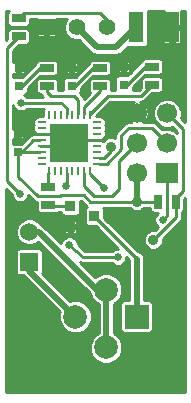
<source format=gtl>
G04 (created by PCBNEW (2013-07-24 BZR 4024)-stable) date Tue 25 Nov 2014 11:30:04 AM NZDT*
%MOIN*%
G04 Gerber Fmt 3.4, Leading zero omitted, Abs format*
%FSLAX34Y34*%
G01*
G70*
G90*
G04 APERTURE LIST*
%ADD10C,0.00590551*%
%ADD11R,0.0787402X0.0787402*%
%ADD12C,0.0787402*%
%ADD13R,0.05X0.1*%
%ADD14O,0.00984252X0.0275591*%
%ADD15O,0.0275591X0.00984252*%
%ADD16R,0.125984X0.125984*%
%ADD17R,0.0748X0.0669*%
%ADD18C,0.0669*%
%ADD19R,0.0315X0.025*%
%ADD20R,0.045X0.025*%
%ADD21R,0.025X0.045*%
%ADD22R,0.036X0.036*%
%ADD23R,0.0314X0.0314*%
%ADD24R,0.055X0.055*%
%ADD25C,0.055*%
%ADD26R,0.06X0.06*%
%ADD27C,0.06*%
%ADD28C,0.035*%
%ADD29C,0.0255906*%
%ADD30C,0.01*%
%ADD31C,0.019685*%
%ADD32C,0.00984252*%
G04 APERTURE END LIST*
G54D10*
G54D11*
X27791Y-27850D03*
G54D12*
X25744Y-27850D03*
X26767Y-28874D03*
X26767Y-26944D03*
G54D13*
X27781Y-18204D03*
X28981Y-18204D03*
G54D14*
X24858Y-21137D03*
G54D15*
X24622Y-21374D03*
X24622Y-21570D03*
X24622Y-21767D03*
X24622Y-21964D03*
X24622Y-22161D03*
X24622Y-22358D03*
X24622Y-22555D03*
X24622Y-22751D03*
G54D14*
X24858Y-22988D03*
X25055Y-22988D03*
X25251Y-22988D03*
X25448Y-22988D03*
X25645Y-22988D03*
X25842Y-22988D03*
X26039Y-22988D03*
X26236Y-22988D03*
G54D15*
X26472Y-22751D03*
X26472Y-22751D03*
X26472Y-22555D03*
X26472Y-22358D03*
X26472Y-22161D03*
X26472Y-21964D03*
X26472Y-21767D03*
X26472Y-21570D03*
X26472Y-21374D03*
G54D14*
X26236Y-21137D03*
X26039Y-21137D03*
X25842Y-21137D03*
X25645Y-21137D03*
X25448Y-21137D03*
X25251Y-21137D03*
X25055Y-21137D03*
X24858Y-21137D03*
G54D16*
X25547Y-22062D03*
G54D17*
X28803Y-23062D03*
G54D18*
X27803Y-23062D03*
X28803Y-22062D03*
X27803Y-22062D03*
X28803Y-21062D03*
X27803Y-21062D03*
G54D19*
X23834Y-22359D03*
X23834Y-21759D03*
G54D20*
X24838Y-24134D03*
X24838Y-23534D03*
G54D21*
X28495Y-24011D03*
X29095Y-24011D03*
G54D20*
X24799Y-19558D03*
X24799Y-20158D03*
X26570Y-19558D03*
X26570Y-20158D03*
X28303Y-19518D03*
X28303Y-20118D03*
G54D22*
X25580Y-24853D03*
X25580Y-24153D03*
X26380Y-24503D03*
G54D23*
X27358Y-20113D03*
X27358Y-19523D03*
X25625Y-20153D03*
X25625Y-19563D03*
X23854Y-20153D03*
X23854Y-19563D03*
G54D20*
X23854Y-18504D03*
X23854Y-17904D03*
G54D24*
X24783Y-18204D03*
G54D25*
X25783Y-18204D03*
X26783Y-18204D03*
G54D26*
X24208Y-26027D03*
G54D27*
X24208Y-25027D03*
G54D28*
X26925Y-22181D03*
X27811Y-24011D03*
G54D29*
X26688Y-23559D03*
X28657Y-24622D03*
G54D28*
X28342Y-25291D03*
G54D29*
X27165Y-25866D03*
X25547Y-25448D03*
X23933Y-20724D03*
G54D28*
X29137Y-25137D03*
X23661Y-24480D03*
X23661Y-30059D03*
X29149Y-30102D03*
X26992Y-24484D03*
X28070Y-24358D03*
X27035Y-21019D03*
X26732Y-25452D03*
X26295Y-26240D03*
X28401Y-18192D03*
X25098Y-24940D03*
G54D29*
X23893Y-23755D03*
X25429Y-23480D03*
G54D30*
X25271Y-23795D02*
X26019Y-23795D01*
X23834Y-22359D02*
X23834Y-23185D01*
X24484Y-23834D02*
X23834Y-23185D01*
X25232Y-23834D02*
X24484Y-23834D01*
X25232Y-23834D02*
X25271Y-23795D01*
X26236Y-24011D02*
X27811Y-24011D01*
X26019Y-23795D02*
X26236Y-24011D01*
G54D31*
X24208Y-26027D02*
X24208Y-26314D01*
X24208Y-26314D02*
X25744Y-27850D01*
X25783Y-18204D02*
X26452Y-18874D01*
X26452Y-18874D02*
X27112Y-18874D01*
X27112Y-18874D02*
X27781Y-18204D01*
G54D30*
X24562Y-21964D02*
X24346Y-21964D01*
X24346Y-21964D02*
X23952Y-22358D01*
X23952Y-22358D02*
X23834Y-22359D01*
X24562Y-22358D02*
X23835Y-22358D01*
X23835Y-22358D02*
X23834Y-22359D01*
X28495Y-24011D02*
X28165Y-24011D01*
X28165Y-24011D02*
X27811Y-24011D01*
X26531Y-22555D02*
X26708Y-22555D01*
X26708Y-22555D02*
X26925Y-22338D01*
X26925Y-22338D02*
X26925Y-22181D01*
G54D31*
X27803Y-24003D02*
X27803Y-23062D01*
X27811Y-24011D02*
X27803Y-24003D01*
G54D30*
X26236Y-21078D02*
X26826Y-20488D01*
X27933Y-20488D02*
X28303Y-20118D01*
X26826Y-20488D02*
X27933Y-20488D01*
X26039Y-21078D02*
X26039Y-20862D01*
X26570Y-20330D02*
X26570Y-20158D01*
X26039Y-20862D02*
X26570Y-20330D01*
X25842Y-21078D02*
X25842Y-20625D01*
X24799Y-20370D02*
X24799Y-20158D01*
X24917Y-20488D02*
X24799Y-20370D01*
X25704Y-20488D02*
X24917Y-20488D01*
X25842Y-20625D02*
X25704Y-20488D01*
X26236Y-23106D02*
X26688Y-23559D01*
X26236Y-23106D02*
X26236Y-23047D01*
G54D32*
X28803Y-23062D02*
X28803Y-24476D01*
X28803Y-24476D02*
X28657Y-24622D01*
G54D30*
X28657Y-24622D02*
X28645Y-24610D01*
X26039Y-23047D02*
X26039Y-23500D01*
X27200Y-22665D02*
X27803Y-22062D01*
X27200Y-23598D02*
X27200Y-22665D01*
X26964Y-23834D02*
X27200Y-23598D01*
X26374Y-23834D02*
X26964Y-23834D01*
X26039Y-23500D02*
X26374Y-23834D01*
X29095Y-24538D02*
X28342Y-25291D01*
X27165Y-25866D02*
X25992Y-25866D01*
X25992Y-25866D02*
X25547Y-25448D01*
X23933Y-20724D02*
X25271Y-20724D01*
X25271Y-20724D02*
X25448Y-20901D01*
X25448Y-21078D02*
X25448Y-20901D01*
X29095Y-24538D02*
X29095Y-24011D01*
X29095Y-24011D02*
X29095Y-23908D01*
X29095Y-23908D02*
X29346Y-23657D01*
X29346Y-23657D02*
X29346Y-21606D01*
X29346Y-21606D02*
X28803Y-21062D01*
X26531Y-22751D02*
X26787Y-22751D01*
X28291Y-21551D02*
X28803Y-22062D01*
X27535Y-21551D02*
X28291Y-21551D01*
X27279Y-21807D02*
X27535Y-21551D01*
X27279Y-22259D02*
X27279Y-21807D01*
X26787Y-22751D02*
X27279Y-22259D01*
X23854Y-17904D02*
X24026Y-17732D01*
X26783Y-17944D02*
X26783Y-18204D01*
X26570Y-17732D02*
X26783Y-17944D01*
X24026Y-17732D02*
X26570Y-17732D01*
X23704Y-30102D02*
X23661Y-30059D01*
X29149Y-30102D02*
X23704Y-30102D01*
X26992Y-24484D02*
X27944Y-24484D01*
X27944Y-24484D02*
X28070Y-24358D01*
X27803Y-21062D02*
X27078Y-21062D01*
X27078Y-21062D02*
X27035Y-21019D01*
G54D31*
X28981Y-18204D02*
X28413Y-18204D01*
X28413Y-18204D02*
X28401Y-18192D01*
G54D30*
X25625Y-19563D02*
X25665Y-19523D01*
X25665Y-19523D02*
X25665Y-19188D01*
X27358Y-19523D02*
X27358Y-19188D01*
G54D31*
X28981Y-18204D02*
X27997Y-19188D01*
X27997Y-19188D02*
X27358Y-19188D01*
X27358Y-19188D02*
X25665Y-19188D01*
X25665Y-19188D02*
X25251Y-19188D01*
G54D30*
X25575Y-24858D02*
X25580Y-24853D01*
X25098Y-24940D02*
X25575Y-24858D01*
X26688Y-21964D02*
X27590Y-21062D01*
X26531Y-21964D02*
X26688Y-21964D01*
X27590Y-21062D02*
X27803Y-21062D01*
G54D31*
X24783Y-18204D02*
X24783Y-18720D01*
X24783Y-18720D02*
X25251Y-19188D01*
X28377Y-20488D02*
X28696Y-20488D01*
X27803Y-21062D02*
X28377Y-20488D01*
X28981Y-20203D02*
X28981Y-18204D01*
X28696Y-20488D02*
X28981Y-20203D01*
G54D30*
X27358Y-19523D02*
X27495Y-19523D01*
X28775Y-18244D02*
X28824Y-18244D01*
X23854Y-19563D02*
X24228Y-19188D01*
X24228Y-19188D02*
X25251Y-19188D01*
X24562Y-21767D02*
X23843Y-21767D01*
X23843Y-21767D02*
X23834Y-21759D01*
G54D32*
X24562Y-22161D02*
X25448Y-22161D01*
X25448Y-22161D02*
X25547Y-22062D01*
G54D30*
X25547Y-22062D02*
X25448Y-22161D01*
X24562Y-21767D02*
X25251Y-21767D01*
X25251Y-21767D02*
X25547Y-22062D01*
X26531Y-21964D02*
X25645Y-21964D01*
X25645Y-21964D02*
X25547Y-22062D01*
X27803Y-21263D02*
X27803Y-21062D01*
X24838Y-23534D02*
X24838Y-23066D01*
X24838Y-23066D02*
X24858Y-23047D01*
X24858Y-23047D02*
X24853Y-23051D01*
X24838Y-24134D02*
X24857Y-24153D01*
X24857Y-24153D02*
X25580Y-24153D01*
X25448Y-23047D02*
X25448Y-23460D01*
X23460Y-18898D02*
X23854Y-18504D01*
X23460Y-23322D02*
X23460Y-18898D01*
X23893Y-23755D02*
X23460Y-23322D01*
X25448Y-23460D02*
X25429Y-23480D01*
G54D31*
X26767Y-26944D02*
X26767Y-28874D01*
X24535Y-25027D02*
X26452Y-26944D01*
X26452Y-26944D02*
X26767Y-26944D01*
X24208Y-25027D02*
X24535Y-25027D01*
X27791Y-27850D02*
X27791Y-25914D01*
G54D30*
X27791Y-25914D02*
X26380Y-24503D01*
X27358Y-20113D02*
X27456Y-20113D01*
X28051Y-19518D02*
X28303Y-19518D01*
X27456Y-20113D02*
X28051Y-19518D01*
X23854Y-20153D02*
X23953Y-20153D01*
X24548Y-19558D02*
X24799Y-19558D01*
X23953Y-20153D02*
X24548Y-19558D01*
X25625Y-20153D02*
X25724Y-20153D01*
X26319Y-19558D02*
X26570Y-19558D01*
X25724Y-20153D02*
X26319Y-19558D01*
G54D10*
G36*
X24702Y-20924D02*
X24674Y-20967D01*
X24659Y-21043D01*
X24659Y-21174D01*
X24527Y-21174D01*
X24451Y-21189D01*
X24386Y-21233D01*
X24343Y-21297D01*
X24328Y-21374D01*
X24343Y-21450D01*
X24358Y-21472D01*
X24343Y-21494D01*
X24328Y-21570D01*
X24343Y-21647D01*
X24386Y-21711D01*
X24434Y-21743D01*
X24434Y-21764D01*
X24346Y-21764D01*
X24269Y-21779D01*
X24248Y-21794D01*
X24205Y-21823D01*
X24042Y-21986D01*
X24042Y-21893D01*
X24042Y-21624D01*
X24034Y-21605D01*
X24020Y-21591D01*
X24002Y-21584D01*
X23982Y-21584D01*
X23897Y-21584D01*
X23884Y-21596D01*
X23884Y-21709D01*
X24029Y-21709D01*
X24042Y-21696D01*
X24042Y-21624D01*
X24042Y-21893D01*
X24042Y-21821D01*
X24029Y-21809D01*
X23884Y-21809D01*
X23884Y-21921D01*
X23897Y-21934D01*
X23982Y-21934D01*
X24002Y-21934D01*
X24020Y-21926D01*
X24034Y-21912D01*
X24042Y-21893D01*
X24042Y-21986D01*
X23944Y-22084D01*
X23660Y-22084D01*
X23660Y-21931D01*
X23667Y-21934D01*
X23687Y-21934D01*
X23772Y-21934D01*
X23784Y-21921D01*
X23784Y-21809D01*
X23776Y-21809D01*
X23776Y-21709D01*
X23784Y-21709D01*
X23784Y-21596D01*
X23772Y-21584D01*
X23687Y-21584D01*
X23667Y-21584D01*
X23660Y-21586D01*
X23660Y-20792D01*
X23697Y-20881D01*
X23775Y-20959D01*
X23877Y-21002D01*
X23988Y-21002D01*
X24090Y-20960D01*
X24126Y-20924D01*
X24702Y-20924D01*
X24702Y-20924D01*
G37*
G54D30*
X24702Y-20924D02*
X24674Y-20967D01*
X24659Y-21043D01*
X24659Y-21174D01*
X24527Y-21174D01*
X24451Y-21189D01*
X24386Y-21233D01*
X24343Y-21297D01*
X24328Y-21374D01*
X24343Y-21450D01*
X24358Y-21472D01*
X24343Y-21494D01*
X24328Y-21570D01*
X24343Y-21647D01*
X24386Y-21711D01*
X24434Y-21743D01*
X24434Y-21764D01*
X24346Y-21764D01*
X24269Y-21779D01*
X24248Y-21794D01*
X24205Y-21823D01*
X24042Y-21986D01*
X24042Y-21893D01*
X24042Y-21624D01*
X24034Y-21605D01*
X24020Y-21591D01*
X24002Y-21584D01*
X23982Y-21584D01*
X23897Y-21584D01*
X23884Y-21596D01*
X23884Y-21709D01*
X24029Y-21709D01*
X24042Y-21696D01*
X24042Y-21624D01*
X24042Y-21893D01*
X24042Y-21821D01*
X24029Y-21809D01*
X23884Y-21809D01*
X23884Y-21921D01*
X23897Y-21934D01*
X23982Y-21934D01*
X24002Y-21934D01*
X24020Y-21926D01*
X24034Y-21912D01*
X24042Y-21893D01*
X24042Y-21986D01*
X23944Y-22084D01*
X23660Y-22084D01*
X23660Y-21931D01*
X23667Y-21934D01*
X23687Y-21934D01*
X23772Y-21934D01*
X23784Y-21921D01*
X23784Y-21809D01*
X23776Y-21809D01*
X23776Y-21709D01*
X23784Y-21709D01*
X23784Y-21596D01*
X23772Y-21584D01*
X23687Y-21584D01*
X23667Y-21584D01*
X23660Y-21586D01*
X23660Y-20792D01*
X23697Y-20881D01*
X23775Y-20959D01*
X23877Y-21002D01*
X23988Y-21002D01*
X24090Y-20960D01*
X24126Y-20924D01*
X24702Y-20924D01*
G54D10*
G36*
X25605Y-22112D02*
X25597Y-22112D01*
X25597Y-22120D01*
X25497Y-22120D01*
X25497Y-22112D01*
X25489Y-22112D01*
X25489Y-22012D01*
X25497Y-22012D01*
X25497Y-22005D01*
X25597Y-22005D01*
X25597Y-22012D01*
X25605Y-22012D01*
X25605Y-22112D01*
X25605Y-22112D01*
G37*
G54D30*
X25605Y-22112D02*
X25597Y-22112D01*
X25597Y-22120D01*
X25497Y-22120D01*
X25497Y-22112D01*
X25489Y-22112D01*
X25489Y-22012D01*
X25497Y-22012D01*
X25497Y-22005D01*
X25597Y-22005D01*
X25597Y-22012D01*
X25605Y-22012D01*
X25605Y-22112D01*
G54D10*
G36*
X29393Y-21370D02*
X29256Y-21233D01*
X29287Y-21159D01*
X29287Y-20967D01*
X29281Y-20952D01*
X29281Y-18694D01*
X29281Y-18267D01*
X29269Y-18254D01*
X29031Y-18254D01*
X29031Y-18742D01*
X29044Y-18754D01*
X29241Y-18754D01*
X29260Y-18747D01*
X29274Y-18733D01*
X29281Y-18714D01*
X29281Y-18694D01*
X29281Y-20952D01*
X29214Y-20788D01*
X29077Y-20652D01*
X28931Y-20591D01*
X28931Y-18742D01*
X28931Y-18254D01*
X28694Y-18254D01*
X28681Y-18267D01*
X28681Y-18694D01*
X28681Y-18714D01*
X28689Y-18733D01*
X28703Y-18747D01*
X28721Y-18754D01*
X28919Y-18754D01*
X28931Y-18742D01*
X28931Y-20591D01*
X28899Y-20578D01*
X28707Y-20578D01*
X28529Y-20652D01*
X28392Y-20788D01*
X28318Y-20966D01*
X28318Y-21158D01*
X28392Y-21337D01*
X28528Y-21473D01*
X28706Y-21547D01*
X28899Y-21547D01*
X28973Y-21516D01*
X29146Y-21689D01*
X29146Y-21721D01*
X29077Y-21652D01*
X28899Y-21578D01*
X28707Y-21578D01*
X28632Y-21609D01*
X28432Y-21409D01*
X28367Y-21366D01*
X28291Y-21351D01*
X28192Y-21351D01*
X28192Y-21105D01*
X28179Y-20952D01*
X28147Y-20874D01*
X28104Y-20832D01*
X27873Y-21062D01*
X28104Y-21293D01*
X28147Y-21251D01*
X28192Y-21105D01*
X28192Y-21351D01*
X28020Y-21351D01*
X27803Y-21133D01*
X27732Y-21204D01*
X27732Y-21062D01*
X27501Y-20832D01*
X27459Y-20874D01*
X27413Y-21020D01*
X27426Y-21173D01*
X27459Y-21251D01*
X27501Y-21293D01*
X27732Y-21062D01*
X27732Y-21204D01*
X27585Y-21351D01*
X27535Y-21351D01*
X27458Y-21366D01*
X27437Y-21380D01*
X27394Y-21409D01*
X27138Y-21665D01*
X27094Y-21730D01*
X27079Y-21807D01*
X27079Y-21893D01*
X26990Y-21856D01*
X26860Y-21856D01*
X26741Y-21905D01*
X26658Y-21987D01*
X26642Y-21977D01*
X26578Y-21964D01*
X26642Y-21951D01*
X26707Y-21908D01*
X26750Y-21843D01*
X26765Y-21767D01*
X26750Y-21691D01*
X26735Y-21669D01*
X26750Y-21647D01*
X26765Y-21570D01*
X26750Y-21494D01*
X26735Y-21472D01*
X26750Y-21450D01*
X26765Y-21374D01*
X26750Y-21297D01*
X26707Y-21233D01*
X26642Y-21189D01*
X26566Y-21174D01*
X26435Y-21174D01*
X26435Y-21162D01*
X26909Y-20688D01*
X27689Y-20688D01*
X27615Y-20719D01*
X27572Y-20761D01*
X27803Y-20992D01*
X28033Y-20761D01*
X27991Y-20719D01*
X27892Y-20688D01*
X27933Y-20688D01*
X28010Y-20672D01*
X28075Y-20629D01*
X28310Y-20393D01*
X28557Y-20393D01*
X28613Y-20371D01*
X28655Y-20328D01*
X28678Y-20273D01*
X28678Y-20214D01*
X28678Y-19964D01*
X28655Y-19909D01*
X28613Y-19866D01*
X28558Y-19843D01*
X28498Y-19843D01*
X28048Y-19843D01*
X27993Y-19866D01*
X27951Y-19908D01*
X27928Y-19963D01*
X27928Y-20023D01*
X27928Y-20211D01*
X27851Y-20288D01*
X27665Y-20288D01*
X27665Y-20241D01*
X27665Y-20188D01*
X28059Y-19793D01*
X28107Y-19793D01*
X28557Y-19793D01*
X28613Y-19771D01*
X28655Y-19728D01*
X28678Y-19673D01*
X28678Y-19614D01*
X28678Y-19364D01*
X28655Y-19309D01*
X28613Y-19266D01*
X28558Y-19243D01*
X28498Y-19243D01*
X28048Y-19243D01*
X27993Y-19266D01*
X27951Y-19308D01*
X27928Y-19363D01*
X27928Y-19365D01*
X27910Y-19377D01*
X27565Y-19722D01*
X27565Y-19690D01*
X27565Y-19356D01*
X27557Y-19338D01*
X27543Y-19324D01*
X27525Y-19316D01*
X27505Y-19316D01*
X27420Y-19316D01*
X27408Y-19329D01*
X27408Y-19473D01*
X27552Y-19473D01*
X27565Y-19461D01*
X27565Y-19356D01*
X27565Y-19690D01*
X27565Y-19586D01*
X27552Y-19573D01*
X27408Y-19573D01*
X27408Y-19718D01*
X27420Y-19730D01*
X27505Y-19730D01*
X27525Y-19730D01*
X27543Y-19723D01*
X27557Y-19709D01*
X27565Y-19690D01*
X27565Y-19722D01*
X27481Y-19806D01*
X27308Y-19806D01*
X27308Y-19718D01*
X27308Y-19573D01*
X27308Y-19473D01*
X27308Y-19329D01*
X27295Y-19316D01*
X27211Y-19316D01*
X27191Y-19316D01*
X27172Y-19324D01*
X27158Y-19338D01*
X27151Y-19356D01*
X27151Y-19461D01*
X27163Y-19473D01*
X27308Y-19473D01*
X27308Y-19573D01*
X27163Y-19573D01*
X27151Y-19586D01*
X27151Y-19690D01*
X27158Y-19709D01*
X27172Y-19723D01*
X27191Y-19730D01*
X27211Y-19730D01*
X27295Y-19730D01*
X27308Y-19718D01*
X27308Y-19806D01*
X27171Y-19806D01*
X27116Y-19829D01*
X27074Y-19871D01*
X27051Y-19926D01*
X27051Y-19986D01*
X27051Y-20288D01*
X26945Y-20288D01*
X26945Y-20253D01*
X26945Y-20003D01*
X26923Y-19948D01*
X26880Y-19906D01*
X26825Y-19883D01*
X26766Y-19883D01*
X26316Y-19883D01*
X26261Y-19906D01*
X26218Y-19948D01*
X26195Y-20003D01*
X26195Y-20062D01*
X26195Y-20312D01*
X26218Y-20368D01*
X26234Y-20384D01*
X26034Y-20584D01*
X26027Y-20549D01*
X26027Y-20549D01*
X26012Y-20527D01*
X25983Y-20484D01*
X25983Y-20484D01*
X25902Y-20403D01*
X25910Y-20395D01*
X25932Y-20340D01*
X25933Y-20280D01*
X25933Y-20227D01*
X26327Y-19833D01*
X26375Y-19833D01*
X26825Y-19833D01*
X26880Y-19810D01*
X26922Y-19768D01*
X26945Y-19713D01*
X26945Y-19653D01*
X26945Y-19403D01*
X26923Y-19348D01*
X26880Y-19306D01*
X26825Y-19283D01*
X26766Y-19283D01*
X26316Y-19283D01*
X26261Y-19306D01*
X26218Y-19348D01*
X26195Y-19403D01*
X26195Y-19405D01*
X26178Y-19416D01*
X25832Y-19762D01*
X25832Y-19730D01*
X25832Y-19396D01*
X25825Y-19377D01*
X25811Y-19363D01*
X25792Y-19356D01*
X25773Y-19356D01*
X25688Y-19356D01*
X25675Y-19368D01*
X25675Y-19513D01*
X25820Y-19513D01*
X25832Y-19500D01*
X25832Y-19396D01*
X25832Y-19730D01*
X25832Y-19625D01*
X25820Y-19613D01*
X25675Y-19613D01*
X25675Y-19757D01*
X25688Y-19770D01*
X25773Y-19770D01*
X25792Y-19770D01*
X25811Y-19762D01*
X25825Y-19748D01*
X25832Y-19730D01*
X25832Y-19762D01*
X25748Y-19846D01*
X25575Y-19846D01*
X25575Y-19757D01*
X25575Y-19613D01*
X25575Y-19513D01*
X25575Y-19368D01*
X25563Y-19356D01*
X25478Y-19356D01*
X25458Y-19356D01*
X25440Y-19363D01*
X25426Y-19377D01*
X25418Y-19396D01*
X25418Y-19500D01*
X25431Y-19513D01*
X25575Y-19513D01*
X25575Y-19613D01*
X25431Y-19613D01*
X25418Y-19625D01*
X25418Y-19730D01*
X25426Y-19748D01*
X25440Y-19762D01*
X25458Y-19770D01*
X25478Y-19770D01*
X25563Y-19770D01*
X25575Y-19757D01*
X25575Y-19846D01*
X25439Y-19846D01*
X25384Y-19869D01*
X25341Y-19911D01*
X25319Y-19966D01*
X25318Y-20025D01*
X25318Y-20288D01*
X25174Y-20288D01*
X25174Y-20253D01*
X25174Y-20003D01*
X25151Y-19948D01*
X25109Y-19906D01*
X25054Y-19883D01*
X24994Y-19883D01*
X24544Y-19883D01*
X24489Y-19906D01*
X24447Y-19948D01*
X24424Y-20003D01*
X24424Y-20062D01*
X24424Y-20312D01*
X24446Y-20368D01*
X24489Y-20410D01*
X24544Y-20433D01*
X24603Y-20433D01*
X24611Y-20433D01*
X24614Y-20446D01*
X24657Y-20511D01*
X24670Y-20524D01*
X24126Y-20524D01*
X24090Y-20488D01*
X24021Y-20460D01*
X24041Y-20460D01*
X24096Y-20437D01*
X24138Y-20395D01*
X24161Y-20340D01*
X24161Y-20280D01*
X24161Y-20227D01*
X24555Y-19833D01*
X24603Y-19833D01*
X25053Y-19833D01*
X25109Y-19810D01*
X25151Y-19768D01*
X25174Y-19713D01*
X25174Y-19653D01*
X25174Y-19403D01*
X25151Y-19348D01*
X25109Y-19306D01*
X25108Y-19305D01*
X25108Y-18469D01*
X25108Y-18267D01*
X25095Y-18254D01*
X24833Y-18254D01*
X24833Y-18517D01*
X24845Y-18529D01*
X25068Y-18529D01*
X25086Y-18522D01*
X25100Y-18508D01*
X25108Y-18489D01*
X25108Y-18469D01*
X25108Y-19305D01*
X25054Y-19283D01*
X24994Y-19283D01*
X24733Y-19283D01*
X24733Y-18517D01*
X24733Y-18254D01*
X24470Y-18254D01*
X24458Y-18267D01*
X24458Y-18469D01*
X24458Y-18489D01*
X24466Y-18508D01*
X24480Y-18522D01*
X24498Y-18529D01*
X24720Y-18529D01*
X24733Y-18517D01*
X24733Y-19283D01*
X24544Y-19283D01*
X24489Y-19306D01*
X24447Y-19348D01*
X24424Y-19403D01*
X24424Y-19405D01*
X24406Y-19416D01*
X24061Y-19762D01*
X24061Y-19730D01*
X24061Y-19396D01*
X24053Y-19377D01*
X24039Y-19363D01*
X24021Y-19356D01*
X24001Y-19356D01*
X23916Y-19356D01*
X23904Y-19368D01*
X23904Y-19513D01*
X24048Y-19513D01*
X24061Y-19500D01*
X24061Y-19396D01*
X24061Y-19730D01*
X24061Y-19625D01*
X24048Y-19613D01*
X23904Y-19613D01*
X23904Y-19757D01*
X23916Y-19770D01*
X24001Y-19770D01*
X24021Y-19770D01*
X24039Y-19762D01*
X24053Y-19748D01*
X24061Y-19730D01*
X24061Y-19762D01*
X23977Y-19846D01*
X23667Y-19846D01*
X23660Y-19849D01*
X23660Y-19754D01*
X23668Y-19762D01*
X23687Y-19770D01*
X23707Y-19770D01*
X23791Y-19770D01*
X23804Y-19757D01*
X23804Y-19613D01*
X23796Y-19613D01*
X23796Y-19513D01*
X23804Y-19513D01*
X23804Y-19368D01*
X23791Y-19356D01*
X23707Y-19356D01*
X23687Y-19356D01*
X23668Y-19363D01*
X23660Y-19372D01*
X23660Y-18981D01*
X23862Y-18779D01*
X24109Y-18779D01*
X24164Y-18756D01*
X24206Y-18714D01*
X24229Y-18659D01*
X24229Y-18600D01*
X24229Y-18350D01*
X24206Y-18294D01*
X24164Y-18252D01*
X24109Y-18229D01*
X24049Y-18229D01*
X23599Y-18229D01*
X23544Y-18252D01*
X23502Y-18294D01*
X23479Y-18349D01*
X23479Y-18409D01*
X23479Y-18596D01*
X23433Y-18642D01*
X23433Y-17665D01*
X23531Y-17665D01*
X23502Y-17694D01*
X23479Y-17749D01*
X23479Y-17809D01*
X23479Y-18059D01*
X23502Y-18114D01*
X23544Y-18156D01*
X23599Y-18179D01*
X23659Y-18179D01*
X24109Y-18179D01*
X24164Y-18156D01*
X24206Y-18114D01*
X24229Y-18059D01*
X24229Y-18000D01*
X24229Y-17932D01*
X24458Y-17932D01*
X24458Y-17939D01*
X24458Y-18142D01*
X24470Y-18154D01*
X24733Y-18154D01*
X24733Y-18146D01*
X24833Y-18146D01*
X24833Y-18154D01*
X25095Y-18154D01*
X25108Y-18142D01*
X25108Y-17939D01*
X25108Y-17932D01*
X25454Y-17932D01*
X25423Y-17963D01*
X25358Y-18119D01*
X25358Y-18288D01*
X25422Y-18445D01*
X25542Y-18564D01*
X25698Y-18629D01*
X25857Y-18629D01*
X26277Y-19049D01*
X26357Y-19103D01*
X26452Y-19122D01*
X27112Y-19122D01*
X27112Y-19122D01*
X27207Y-19103D01*
X27288Y-19049D01*
X27488Y-18849D01*
X27501Y-18854D01*
X27561Y-18854D01*
X28061Y-18854D01*
X28116Y-18831D01*
X28158Y-18789D01*
X28181Y-18734D01*
X28181Y-18675D01*
X28181Y-17675D01*
X28178Y-17665D01*
X28700Y-17665D01*
X28689Y-17676D01*
X28681Y-17694D01*
X28681Y-17714D01*
X28681Y-18142D01*
X28694Y-18154D01*
X28931Y-18154D01*
X28931Y-18146D01*
X29031Y-18146D01*
X29031Y-18154D01*
X29269Y-18154D01*
X29281Y-18142D01*
X29281Y-17714D01*
X29281Y-17694D01*
X29274Y-17676D01*
X29263Y-17665D01*
X29393Y-17665D01*
X29393Y-21370D01*
X29393Y-21370D01*
G37*
G54D30*
X29393Y-21370D02*
X29256Y-21233D01*
X29287Y-21159D01*
X29287Y-20967D01*
X29281Y-20952D01*
X29281Y-18694D01*
X29281Y-18267D01*
X29269Y-18254D01*
X29031Y-18254D01*
X29031Y-18742D01*
X29044Y-18754D01*
X29241Y-18754D01*
X29260Y-18747D01*
X29274Y-18733D01*
X29281Y-18714D01*
X29281Y-18694D01*
X29281Y-20952D01*
X29214Y-20788D01*
X29077Y-20652D01*
X28931Y-20591D01*
X28931Y-18742D01*
X28931Y-18254D01*
X28694Y-18254D01*
X28681Y-18267D01*
X28681Y-18694D01*
X28681Y-18714D01*
X28689Y-18733D01*
X28703Y-18747D01*
X28721Y-18754D01*
X28919Y-18754D01*
X28931Y-18742D01*
X28931Y-20591D01*
X28899Y-20578D01*
X28707Y-20578D01*
X28529Y-20652D01*
X28392Y-20788D01*
X28318Y-20966D01*
X28318Y-21158D01*
X28392Y-21337D01*
X28528Y-21473D01*
X28706Y-21547D01*
X28899Y-21547D01*
X28973Y-21516D01*
X29146Y-21689D01*
X29146Y-21721D01*
X29077Y-21652D01*
X28899Y-21578D01*
X28707Y-21578D01*
X28632Y-21609D01*
X28432Y-21409D01*
X28367Y-21366D01*
X28291Y-21351D01*
X28192Y-21351D01*
X28192Y-21105D01*
X28179Y-20952D01*
X28147Y-20874D01*
X28104Y-20832D01*
X27873Y-21062D01*
X28104Y-21293D01*
X28147Y-21251D01*
X28192Y-21105D01*
X28192Y-21351D01*
X28020Y-21351D01*
X27803Y-21133D01*
X27732Y-21204D01*
X27732Y-21062D01*
X27501Y-20832D01*
X27459Y-20874D01*
X27413Y-21020D01*
X27426Y-21173D01*
X27459Y-21251D01*
X27501Y-21293D01*
X27732Y-21062D01*
X27732Y-21204D01*
X27585Y-21351D01*
X27535Y-21351D01*
X27458Y-21366D01*
X27437Y-21380D01*
X27394Y-21409D01*
X27138Y-21665D01*
X27094Y-21730D01*
X27079Y-21807D01*
X27079Y-21893D01*
X26990Y-21856D01*
X26860Y-21856D01*
X26741Y-21905D01*
X26658Y-21987D01*
X26642Y-21977D01*
X26578Y-21964D01*
X26642Y-21951D01*
X26707Y-21908D01*
X26750Y-21843D01*
X26765Y-21767D01*
X26750Y-21691D01*
X26735Y-21669D01*
X26750Y-21647D01*
X26765Y-21570D01*
X26750Y-21494D01*
X26735Y-21472D01*
X26750Y-21450D01*
X26765Y-21374D01*
X26750Y-21297D01*
X26707Y-21233D01*
X26642Y-21189D01*
X26566Y-21174D01*
X26435Y-21174D01*
X26435Y-21162D01*
X26909Y-20688D01*
X27689Y-20688D01*
X27615Y-20719D01*
X27572Y-20761D01*
X27803Y-20992D01*
X28033Y-20761D01*
X27991Y-20719D01*
X27892Y-20688D01*
X27933Y-20688D01*
X28010Y-20672D01*
X28075Y-20629D01*
X28310Y-20393D01*
X28557Y-20393D01*
X28613Y-20371D01*
X28655Y-20328D01*
X28678Y-20273D01*
X28678Y-20214D01*
X28678Y-19964D01*
X28655Y-19909D01*
X28613Y-19866D01*
X28558Y-19843D01*
X28498Y-19843D01*
X28048Y-19843D01*
X27993Y-19866D01*
X27951Y-19908D01*
X27928Y-19963D01*
X27928Y-20023D01*
X27928Y-20211D01*
X27851Y-20288D01*
X27665Y-20288D01*
X27665Y-20241D01*
X27665Y-20188D01*
X28059Y-19793D01*
X28107Y-19793D01*
X28557Y-19793D01*
X28613Y-19771D01*
X28655Y-19728D01*
X28678Y-19673D01*
X28678Y-19614D01*
X28678Y-19364D01*
X28655Y-19309D01*
X28613Y-19266D01*
X28558Y-19243D01*
X28498Y-19243D01*
X28048Y-19243D01*
X27993Y-19266D01*
X27951Y-19308D01*
X27928Y-19363D01*
X27928Y-19365D01*
X27910Y-19377D01*
X27565Y-19722D01*
X27565Y-19690D01*
X27565Y-19356D01*
X27557Y-19338D01*
X27543Y-19324D01*
X27525Y-19316D01*
X27505Y-19316D01*
X27420Y-19316D01*
X27408Y-19329D01*
X27408Y-19473D01*
X27552Y-19473D01*
X27565Y-19461D01*
X27565Y-19356D01*
X27565Y-19690D01*
X27565Y-19586D01*
X27552Y-19573D01*
X27408Y-19573D01*
X27408Y-19718D01*
X27420Y-19730D01*
X27505Y-19730D01*
X27525Y-19730D01*
X27543Y-19723D01*
X27557Y-19709D01*
X27565Y-19690D01*
X27565Y-19722D01*
X27481Y-19806D01*
X27308Y-19806D01*
X27308Y-19718D01*
X27308Y-19573D01*
X27308Y-19473D01*
X27308Y-19329D01*
X27295Y-19316D01*
X27211Y-19316D01*
X27191Y-19316D01*
X27172Y-19324D01*
X27158Y-19338D01*
X27151Y-19356D01*
X27151Y-19461D01*
X27163Y-19473D01*
X27308Y-19473D01*
X27308Y-19573D01*
X27163Y-19573D01*
X27151Y-19586D01*
X27151Y-19690D01*
X27158Y-19709D01*
X27172Y-19723D01*
X27191Y-19730D01*
X27211Y-19730D01*
X27295Y-19730D01*
X27308Y-19718D01*
X27308Y-19806D01*
X27171Y-19806D01*
X27116Y-19829D01*
X27074Y-19871D01*
X27051Y-19926D01*
X27051Y-19986D01*
X27051Y-20288D01*
X26945Y-20288D01*
X26945Y-20253D01*
X26945Y-20003D01*
X26923Y-19948D01*
X26880Y-19906D01*
X26825Y-19883D01*
X26766Y-19883D01*
X26316Y-19883D01*
X26261Y-19906D01*
X26218Y-19948D01*
X26195Y-20003D01*
X26195Y-20062D01*
X26195Y-20312D01*
X26218Y-20368D01*
X26234Y-20384D01*
X26034Y-20584D01*
X26027Y-20549D01*
X26027Y-20549D01*
X26012Y-20527D01*
X25983Y-20484D01*
X25983Y-20484D01*
X25902Y-20403D01*
X25910Y-20395D01*
X25932Y-20340D01*
X25933Y-20280D01*
X25933Y-20227D01*
X26327Y-19833D01*
X26375Y-19833D01*
X26825Y-19833D01*
X26880Y-19810D01*
X26922Y-19768D01*
X26945Y-19713D01*
X26945Y-19653D01*
X26945Y-19403D01*
X26923Y-19348D01*
X26880Y-19306D01*
X26825Y-19283D01*
X26766Y-19283D01*
X26316Y-19283D01*
X26261Y-19306D01*
X26218Y-19348D01*
X26195Y-19403D01*
X26195Y-19405D01*
X26178Y-19416D01*
X25832Y-19762D01*
X25832Y-19730D01*
X25832Y-19396D01*
X25825Y-19377D01*
X25811Y-19363D01*
X25792Y-19356D01*
X25773Y-19356D01*
X25688Y-19356D01*
X25675Y-19368D01*
X25675Y-19513D01*
X25820Y-19513D01*
X25832Y-19500D01*
X25832Y-19396D01*
X25832Y-19730D01*
X25832Y-19625D01*
X25820Y-19613D01*
X25675Y-19613D01*
X25675Y-19757D01*
X25688Y-19770D01*
X25773Y-19770D01*
X25792Y-19770D01*
X25811Y-19762D01*
X25825Y-19748D01*
X25832Y-19730D01*
X25832Y-19762D01*
X25748Y-19846D01*
X25575Y-19846D01*
X25575Y-19757D01*
X25575Y-19613D01*
X25575Y-19513D01*
X25575Y-19368D01*
X25563Y-19356D01*
X25478Y-19356D01*
X25458Y-19356D01*
X25440Y-19363D01*
X25426Y-19377D01*
X25418Y-19396D01*
X25418Y-19500D01*
X25431Y-19513D01*
X25575Y-19513D01*
X25575Y-19613D01*
X25431Y-19613D01*
X25418Y-19625D01*
X25418Y-19730D01*
X25426Y-19748D01*
X25440Y-19762D01*
X25458Y-19770D01*
X25478Y-19770D01*
X25563Y-19770D01*
X25575Y-19757D01*
X25575Y-19846D01*
X25439Y-19846D01*
X25384Y-19869D01*
X25341Y-19911D01*
X25319Y-19966D01*
X25318Y-20025D01*
X25318Y-20288D01*
X25174Y-20288D01*
X25174Y-20253D01*
X25174Y-20003D01*
X25151Y-19948D01*
X25109Y-19906D01*
X25054Y-19883D01*
X24994Y-19883D01*
X24544Y-19883D01*
X24489Y-19906D01*
X24447Y-19948D01*
X24424Y-20003D01*
X24424Y-20062D01*
X24424Y-20312D01*
X24446Y-20368D01*
X24489Y-20410D01*
X24544Y-20433D01*
X24603Y-20433D01*
X24611Y-20433D01*
X24614Y-20446D01*
X24657Y-20511D01*
X24670Y-20524D01*
X24126Y-20524D01*
X24090Y-20488D01*
X24021Y-20460D01*
X24041Y-20460D01*
X24096Y-20437D01*
X24138Y-20395D01*
X24161Y-20340D01*
X24161Y-20280D01*
X24161Y-20227D01*
X24555Y-19833D01*
X24603Y-19833D01*
X25053Y-19833D01*
X25109Y-19810D01*
X25151Y-19768D01*
X25174Y-19713D01*
X25174Y-19653D01*
X25174Y-19403D01*
X25151Y-19348D01*
X25109Y-19306D01*
X25108Y-19305D01*
X25108Y-18469D01*
X25108Y-18267D01*
X25095Y-18254D01*
X24833Y-18254D01*
X24833Y-18517D01*
X24845Y-18529D01*
X25068Y-18529D01*
X25086Y-18522D01*
X25100Y-18508D01*
X25108Y-18489D01*
X25108Y-18469D01*
X25108Y-19305D01*
X25054Y-19283D01*
X24994Y-19283D01*
X24733Y-19283D01*
X24733Y-18517D01*
X24733Y-18254D01*
X24470Y-18254D01*
X24458Y-18267D01*
X24458Y-18469D01*
X24458Y-18489D01*
X24466Y-18508D01*
X24480Y-18522D01*
X24498Y-18529D01*
X24720Y-18529D01*
X24733Y-18517D01*
X24733Y-19283D01*
X24544Y-19283D01*
X24489Y-19306D01*
X24447Y-19348D01*
X24424Y-19403D01*
X24424Y-19405D01*
X24406Y-19416D01*
X24061Y-19762D01*
X24061Y-19730D01*
X24061Y-19396D01*
X24053Y-19377D01*
X24039Y-19363D01*
X24021Y-19356D01*
X24001Y-19356D01*
X23916Y-19356D01*
X23904Y-19368D01*
X23904Y-19513D01*
X24048Y-19513D01*
X24061Y-19500D01*
X24061Y-19396D01*
X24061Y-19730D01*
X24061Y-19625D01*
X24048Y-19613D01*
X23904Y-19613D01*
X23904Y-19757D01*
X23916Y-19770D01*
X24001Y-19770D01*
X24021Y-19770D01*
X24039Y-19762D01*
X24053Y-19748D01*
X24061Y-19730D01*
X24061Y-19762D01*
X23977Y-19846D01*
X23667Y-19846D01*
X23660Y-19849D01*
X23660Y-19754D01*
X23668Y-19762D01*
X23687Y-19770D01*
X23707Y-19770D01*
X23791Y-19770D01*
X23804Y-19757D01*
X23804Y-19613D01*
X23796Y-19613D01*
X23796Y-19513D01*
X23804Y-19513D01*
X23804Y-19368D01*
X23791Y-19356D01*
X23707Y-19356D01*
X23687Y-19356D01*
X23668Y-19363D01*
X23660Y-19372D01*
X23660Y-18981D01*
X23862Y-18779D01*
X24109Y-18779D01*
X24164Y-18756D01*
X24206Y-18714D01*
X24229Y-18659D01*
X24229Y-18600D01*
X24229Y-18350D01*
X24206Y-18294D01*
X24164Y-18252D01*
X24109Y-18229D01*
X24049Y-18229D01*
X23599Y-18229D01*
X23544Y-18252D01*
X23502Y-18294D01*
X23479Y-18349D01*
X23479Y-18409D01*
X23479Y-18596D01*
X23433Y-18642D01*
X23433Y-17665D01*
X23531Y-17665D01*
X23502Y-17694D01*
X23479Y-17749D01*
X23479Y-17809D01*
X23479Y-18059D01*
X23502Y-18114D01*
X23544Y-18156D01*
X23599Y-18179D01*
X23659Y-18179D01*
X24109Y-18179D01*
X24164Y-18156D01*
X24206Y-18114D01*
X24229Y-18059D01*
X24229Y-18000D01*
X24229Y-17932D01*
X24458Y-17932D01*
X24458Y-17939D01*
X24458Y-18142D01*
X24470Y-18154D01*
X24733Y-18154D01*
X24733Y-18146D01*
X24833Y-18146D01*
X24833Y-18154D01*
X25095Y-18154D01*
X25108Y-18142D01*
X25108Y-17939D01*
X25108Y-17932D01*
X25454Y-17932D01*
X25423Y-17963D01*
X25358Y-18119D01*
X25358Y-18288D01*
X25422Y-18445D01*
X25542Y-18564D01*
X25698Y-18629D01*
X25857Y-18629D01*
X26277Y-19049D01*
X26357Y-19103D01*
X26452Y-19122D01*
X27112Y-19122D01*
X27112Y-19122D01*
X27207Y-19103D01*
X27288Y-19049D01*
X27488Y-18849D01*
X27501Y-18854D01*
X27561Y-18854D01*
X28061Y-18854D01*
X28116Y-18831D01*
X28158Y-18789D01*
X28181Y-18734D01*
X28181Y-18675D01*
X28181Y-17675D01*
X28178Y-17665D01*
X28700Y-17665D01*
X28689Y-17676D01*
X28681Y-17694D01*
X28681Y-17714D01*
X28681Y-18142D01*
X28694Y-18154D01*
X28931Y-18154D01*
X28931Y-18146D01*
X29031Y-18146D01*
X29031Y-18154D01*
X29269Y-18154D01*
X29281Y-18142D01*
X29281Y-17714D01*
X29281Y-17694D01*
X29274Y-17676D01*
X29263Y-17665D01*
X29393Y-17665D01*
X29393Y-21370D01*
G54D10*
G36*
X29393Y-30357D02*
X23433Y-30357D01*
X23433Y-23578D01*
X23615Y-23760D01*
X23615Y-23810D01*
X23657Y-23913D01*
X23736Y-23991D01*
X23838Y-24033D01*
X23948Y-24033D01*
X24050Y-23991D01*
X24129Y-23913D01*
X24171Y-23811D01*
X24171Y-23804D01*
X24342Y-23976D01*
X24342Y-23976D01*
X24407Y-24019D01*
X24407Y-24019D01*
X24420Y-24021D01*
X24463Y-24030D01*
X24463Y-24039D01*
X24463Y-24289D01*
X24486Y-24344D01*
X24528Y-24386D01*
X24583Y-24409D01*
X24643Y-24409D01*
X25093Y-24409D01*
X25148Y-24386D01*
X25181Y-24353D01*
X25250Y-24353D01*
X25250Y-24363D01*
X25273Y-24418D01*
X25315Y-24461D01*
X25370Y-24483D01*
X25430Y-24483D01*
X25790Y-24483D01*
X25845Y-24461D01*
X25887Y-24419D01*
X25910Y-24363D01*
X25910Y-24304D01*
X25910Y-23995D01*
X25936Y-23995D01*
X26094Y-24153D01*
X26094Y-24153D01*
X26138Y-24182D01*
X26142Y-24185D01*
X26115Y-24196D01*
X26073Y-24238D01*
X26050Y-24293D01*
X26050Y-24353D01*
X26050Y-24713D01*
X26073Y-24768D01*
X26115Y-24811D01*
X26170Y-24833D01*
X26230Y-24833D01*
X26427Y-24833D01*
X27181Y-25588D01*
X27110Y-25588D01*
X27008Y-25630D01*
X26972Y-25666D01*
X26070Y-25666D01*
X25825Y-25435D01*
X25825Y-25393D01*
X25810Y-25357D01*
X25810Y-25043D01*
X25810Y-24664D01*
X25802Y-24645D01*
X25788Y-24631D01*
X25770Y-24623D01*
X25750Y-24623D01*
X25642Y-24623D01*
X25630Y-24636D01*
X25630Y-24803D01*
X25797Y-24803D01*
X25810Y-24791D01*
X25810Y-24664D01*
X25810Y-25043D01*
X25810Y-24916D01*
X25797Y-24903D01*
X25630Y-24903D01*
X25630Y-25071D01*
X25642Y-25083D01*
X25750Y-25083D01*
X25770Y-25083D01*
X25788Y-25076D01*
X25802Y-25062D01*
X25810Y-25043D01*
X25810Y-25357D01*
X25783Y-25291D01*
X25704Y-25213D01*
X25602Y-25170D01*
X25530Y-25170D01*
X25530Y-25071D01*
X25530Y-24903D01*
X25530Y-24803D01*
X25530Y-24636D01*
X25517Y-24623D01*
X25410Y-24623D01*
X25390Y-24623D01*
X25371Y-24631D01*
X25357Y-24645D01*
X25350Y-24664D01*
X25350Y-24791D01*
X25362Y-24803D01*
X25530Y-24803D01*
X25530Y-24903D01*
X25362Y-24903D01*
X25350Y-24916D01*
X25350Y-25043D01*
X25357Y-25062D01*
X25371Y-25076D01*
X25390Y-25083D01*
X25410Y-25083D01*
X25517Y-25083D01*
X25530Y-25071D01*
X25530Y-25170D01*
X25492Y-25170D01*
X25390Y-25213D01*
X25311Y-25291D01*
X25269Y-25393D01*
X25269Y-25410D01*
X24711Y-24851D01*
X24630Y-24798D01*
X24598Y-24791D01*
X24590Y-24772D01*
X24463Y-24646D01*
X24298Y-24577D01*
X24119Y-24577D01*
X23954Y-24645D01*
X23827Y-24772D01*
X23758Y-24937D01*
X23758Y-25116D01*
X23826Y-25282D01*
X23953Y-25408D01*
X24118Y-25477D01*
X24297Y-25477D01*
X24463Y-25409D01*
X24514Y-25358D01*
X26234Y-27077D01*
X26306Y-27252D01*
X26459Y-27405D01*
X26519Y-27430D01*
X26519Y-28388D01*
X26460Y-28412D01*
X26307Y-28565D01*
X26287Y-28611D01*
X26287Y-27742D01*
X26205Y-27542D01*
X26052Y-27389D01*
X25852Y-27306D01*
X25636Y-27306D01*
X25576Y-27331D01*
X24642Y-26397D01*
X24658Y-26357D01*
X24658Y-26297D01*
X24658Y-25697D01*
X24635Y-25642D01*
X24593Y-25600D01*
X24538Y-25577D01*
X24478Y-25577D01*
X23878Y-25577D01*
X23823Y-25600D01*
X23781Y-25642D01*
X23758Y-25697D01*
X23758Y-25757D01*
X23758Y-26357D01*
X23781Y-26412D01*
X23823Y-26454D01*
X23878Y-26477D01*
X23938Y-26477D01*
X24024Y-26477D01*
X24032Y-26490D01*
X25225Y-27682D01*
X25200Y-27741D01*
X25200Y-27958D01*
X25282Y-28157D01*
X25435Y-28311D01*
X25635Y-28393D01*
X25851Y-28394D01*
X26051Y-28311D01*
X26204Y-28158D01*
X26287Y-27959D01*
X26287Y-27742D01*
X26287Y-28611D01*
X26224Y-28765D01*
X26223Y-28981D01*
X26306Y-29181D01*
X26459Y-29334D01*
X26659Y-29417D01*
X26875Y-29417D01*
X27075Y-29335D01*
X27228Y-29182D01*
X27311Y-28982D01*
X27311Y-28766D01*
X27228Y-28566D01*
X27076Y-28413D01*
X27016Y-28388D01*
X27016Y-27430D01*
X27075Y-27406D01*
X27228Y-27253D01*
X27311Y-27053D01*
X27311Y-26837D01*
X27228Y-26637D01*
X27076Y-26484D01*
X26876Y-26401D01*
X26660Y-26401D01*
X26460Y-26483D01*
X26401Y-26542D01*
X25899Y-26039D01*
X25915Y-26050D01*
X25917Y-26051D01*
X25921Y-26053D01*
X25965Y-26060D01*
X25992Y-26066D01*
X25997Y-26066D01*
X25998Y-26066D01*
X25998Y-26066D01*
X26972Y-26066D01*
X27007Y-26101D01*
X27109Y-26144D01*
X27220Y-26144D01*
X27322Y-26101D01*
X27400Y-26023D01*
X27443Y-25921D01*
X27443Y-25849D01*
X27542Y-25949D01*
X27542Y-27306D01*
X27367Y-27306D01*
X27312Y-27329D01*
X27270Y-27371D01*
X27247Y-27426D01*
X27247Y-27486D01*
X27247Y-28273D01*
X27270Y-28328D01*
X27312Y-28371D01*
X27367Y-28394D01*
X27427Y-28394D01*
X28214Y-28394D01*
X28269Y-28371D01*
X28312Y-28329D01*
X28335Y-28274D01*
X28335Y-28214D01*
X28335Y-27426D01*
X28312Y-27371D01*
X28270Y-27329D01*
X28215Y-27306D01*
X28155Y-27306D01*
X28039Y-27306D01*
X28039Y-25914D01*
X28020Y-25819D01*
X27967Y-25739D01*
X27886Y-25685D01*
X27834Y-25675D01*
X26710Y-24551D01*
X26710Y-24294D01*
X26687Y-24239D01*
X26660Y-24211D01*
X27551Y-24211D01*
X27626Y-24287D01*
X27746Y-24336D01*
X27875Y-24336D01*
X27994Y-24287D01*
X28070Y-24211D01*
X28165Y-24211D01*
X28220Y-24211D01*
X28220Y-24266D01*
X28243Y-24321D01*
X28285Y-24363D01*
X28340Y-24386D01*
X28399Y-24386D01*
X28499Y-24386D01*
X28421Y-24464D01*
X28379Y-24566D01*
X28379Y-24677D01*
X28421Y-24779D01*
X28496Y-24854D01*
X28384Y-24966D01*
X28278Y-24966D01*
X28158Y-25015D01*
X28067Y-25107D01*
X28017Y-25226D01*
X28017Y-25355D01*
X28066Y-25475D01*
X28158Y-25566D01*
X28277Y-25616D01*
X28406Y-25616D01*
X28526Y-25567D01*
X28617Y-25475D01*
X28667Y-25356D01*
X28667Y-25249D01*
X29236Y-24680D01*
X29280Y-24615D01*
X29280Y-24615D01*
X29282Y-24602D01*
X29295Y-24538D01*
X29295Y-24538D01*
X29295Y-24368D01*
X29305Y-24364D01*
X29347Y-24321D01*
X29370Y-24266D01*
X29370Y-24207D01*
X29370Y-23916D01*
X29393Y-23893D01*
X29393Y-30357D01*
X29393Y-30357D01*
G37*
G54D30*
X29393Y-30357D02*
X23433Y-30357D01*
X23433Y-23578D01*
X23615Y-23760D01*
X23615Y-23810D01*
X23657Y-23913D01*
X23736Y-23991D01*
X23838Y-24033D01*
X23948Y-24033D01*
X24050Y-23991D01*
X24129Y-23913D01*
X24171Y-23811D01*
X24171Y-23804D01*
X24342Y-23976D01*
X24342Y-23976D01*
X24407Y-24019D01*
X24407Y-24019D01*
X24420Y-24021D01*
X24463Y-24030D01*
X24463Y-24039D01*
X24463Y-24289D01*
X24486Y-24344D01*
X24528Y-24386D01*
X24583Y-24409D01*
X24643Y-24409D01*
X25093Y-24409D01*
X25148Y-24386D01*
X25181Y-24353D01*
X25250Y-24353D01*
X25250Y-24363D01*
X25273Y-24418D01*
X25315Y-24461D01*
X25370Y-24483D01*
X25430Y-24483D01*
X25790Y-24483D01*
X25845Y-24461D01*
X25887Y-24419D01*
X25910Y-24363D01*
X25910Y-24304D01*
X25910Y-23995D01*
X25936Y-23995D01*
X26094Y-24153D01*
X26094Y-24153D01*
X26138Y-24182D01*
X26142Y-24185D01*
X26115Y-24196D01*
X26073Y-24238D01*
X26050Y-24293D01*
X26050Y-24353D01*
X26050Y-24713D01*
X26073Y-24768D01*
X26115Y-24811D01*
X26170Y-24833D01*
X26230Y-24833D01*
X26427Y-24833D01*
X27181Y-25588D01*
X27110Y-25588D01*
X27008Y-25630D01*
X26972Y-25666D01*
X26070Y-25666D01*
X25825Y-25435D01*
X25825Y-25393D01*
X25810Y-25357D01*
X25810Y-25043D01*
X25810Y-24664D01*
X25802Y-24645D01*
X25788Y-24631D01*
X25770Y-24623D01*
X25750Y-24623D01*
X25642Y-24623D01*
X25630Y-24636D01*
X25630Y-24803D01*
X25797Y-24803D01*
X25810Y-24791D01*
X25810Y-24664D01*
X25810Y-25043D01*
X25810Y-24916D01*
X25797Y-24903D01*
X25630Y-24903D01*
X25630Y-25071D01*
X25642Y-25083D01*
X25750Y-25083D01*
X25770Y-25083D01*
X25788Y-25076D01*
X25802Y-25062D01*
X25810Y-25043D01*
X25810Y-25357D01*
X25783Y-25291D01*
X25704Y-25213D01*
X25602Y-25170D01*
X25530Y-25170D01*
X25530Y-25071D01*
X25530Y-24903D01*
X25530Y-24803D01*
X25530Y-24636D01*
X25517Y-24623D01*
X25410Y-24623D01*
X25390Y-24623D01*
X25371Y-24631D01*
X25357Y-24645D01*
X25350Y-24664D01*
X25350Y-24791D01*
X25362Y-24803D01*
X25530Y-24803D01*
X25530Y-24903D01*
X25362Y-24903D01*
X25350Y-24916D01*
X25350Y-25043D01*
X25357Y-25062D01*
X25371Y-25076D01*
X25390Y-25083D01*
X25410Y-25083D01*
X25517Y-25083D01*
X25530Y-25071D01*
X25530Y-25170D01*
X25492Y-25170D01*
X25390Y-25213D01*
X25311Y-25291D01*
X25269Y-25393D01*
X25269Y-25410D01*
X24711Y-24851D01*
X24630Y-24798D01*
X24598Y-24791D01*
X24590Y-24772D01*
X24463Y-24646D01*
X24298Y-24577D01*
X24119Y-24577D01*
X23954Y-24645D01*
X23827Y-24772D01*
X23758Y-24937D01*
X23758Y-25116D01*
X23826Y-25282D01*
X23953Y-25408D01*
X24118Y-25477D01*
X24297Y-25477D01*
X24463Y-25409D01*
X24514Y-25358D01*
X26234Y-27077D01*
X26306Y-27252D01*
X26459Y-27405D01*
X26519Y-27430D01*
X26519Y-28388D01*
X26460Y-28412D01*
X26307Y-28565D01*
X26287Y-28611D01*
X26287Y-27742D01*
X26205Y-27542D01*
X26052Y-27389D01*
X25852Y-27306D01*
X25636Y-27306D01*
X25576Y-27331D01*
X24642Y-26397D01*
X24658Y-26357D01*
X24658Y-26297D01*
X24658Y-25697D01*
X24635Y-25642D01*
X24593Y-25600D01*
X24538Y-25577D01*
X24478Y-25577D01*
X23878Y-25577D01*
X23823Y-25600D01*
X23781Y-25642D01*
X23758Y-25697D01*
X23758Y-25757D01*
X23758Y-26357D01*
X23781Y-26412D01*
X23823Y-26454D01*
X23878Y-26477D01*
X23938Y-26477D01*
X24024Y-26477D01*
X24032Y-26490D01*
X25225Y-27682D01*
X25200Y-27741D01*
X25200Y-27958D01*
X25282Y-28157D01*
X25435Y-28311D01*
X25635Y-28393D01*
X25851Y-28394D01*
X26051Y-28311D01*
X26204Y-28158D01*
X26287Y-27959D01*
X26287Y-27742D01*
X26287Y-28611D01*
X26224Y-28765D01*
X26223Y-28981D01*
X26306Y-29181D01*
X26459Y-29334D01*
X26659Y-29417D01*
X26875Y-29417D01*
X27075Y-29335D01*
X27228Y-29182D01*
X27311Y-28982D01*
X27311Y-28766D01*
X27228Y-28566D01*
X27076Y-28413D01*
X27016Y-28388D01*
X27016Y-27430D01*
X27075Y-27406D01*
X27228Y-27253D01*
X27311Y-27053D01*
X27311Y-26837D01*
X27228Y-26637D01*
X27076Y-26484D01*
X26876Y-26401D01*
X26660Y-26401D01*
X26460Y-26483D01*
X26401Y-26542D01*
X25899Y-26039D01*
X25915Y-26050D01*
X25917Y-26051D01*
X25921Y-26053D01*
X25965Y-26060D01*
X25992Y-26066D01*
X25997Y-26066D01*
X25998Y-26066D01*
X25998Y-26066D01*
X26972Y-26066D01*
X27007Y-26101D01*
X27109Y-26144D01*
X27220Y-26144D01*
X27322Y-26101D01*
X27400Y-26023D01*
X27443Y-25921D01*
X27443Y-25849D01*
X27542Y-25949D01*
X27542Y-27306D01*
X27367Y-27306D01*
X27312Y-27329D01*
X27270Y-27371D01*
X27247Y-27426D01*
X27247Y-27486D01*
X27247Y-28273D01*
X27270Y-28328D01*
X27312Y-28371D01*
X27367Y-28394D01*
X27427Y-28394D01*
X28214Y-28394D01*
X28269Y-28371D01*
X28312Y-28329D01*
X28335Y-28274D01*
X28335Y-28214D01*
X28335Y-27426D01*
X28312Y-27371D01*
X28270Y-27329D01*
X28215Y-27306D01*
X28155Y-27306D01*
X28039Y-27306D01*
X28039Y-25914D01*
X28020Y-25819D01*
X27967Y-25739D01*
X27886Y-25685D01*
X27834Y-25675D01*
X26710Y-24551D01*
X26710Y-24294D01*
X26687Y-24239D01*
X26660Y-24211D01*
X27551Y-24211D01*
X27626Y-24287D01*
X27746Y-24336D01*
X27875Y-24336D01*
X27994Y-24287D01*
X28070Y-24211D01*
X28165Y-24211D01*
X28220Y-24211D01*
X28220Y-24266D01*
X28243Y-24321D01*
X28285Y-24363D01*
X28340Y-24386D01*
X28399Y-24386D01*
X28499Y-24386D01*
X28421Y-24464D01*
X28379Y-24566D01*
X28379Y-24677D01*
X28421Y-24779D01*
X28496Y-24854D01*
X28384Y-24966D01*
X28278Y-24966D01*
X28158Y-25015D01*
X28067Y-25107D01*
X28017Y-25226D01*
X28017Y-25355D01*
X28066Y-25475D01*
X28158Y-25566D01*
X28277Y-25616D01*
X28406Y-25616D01*
X28526Y-25567D01*
X28617Y-25475D01*
X28667Y-25356D01*
X28667Y-25249D01*
X29236Y-24680D01*
X29280Y-24615D01*
X29280Y-24615D01*
X29282Y-24602D01*
X29295Y-24538D01*
X29295Y-24538D01*
X29295Y-24368D01*
X29305Y-24364D01*
X29347Y-24321D01*
X29370Y-24266D01*
X29370Y-24207D01*
X29370Y-23916D01*
X29393Y-23893D01*
X29393Y-30357D01*
M02*

</source>
